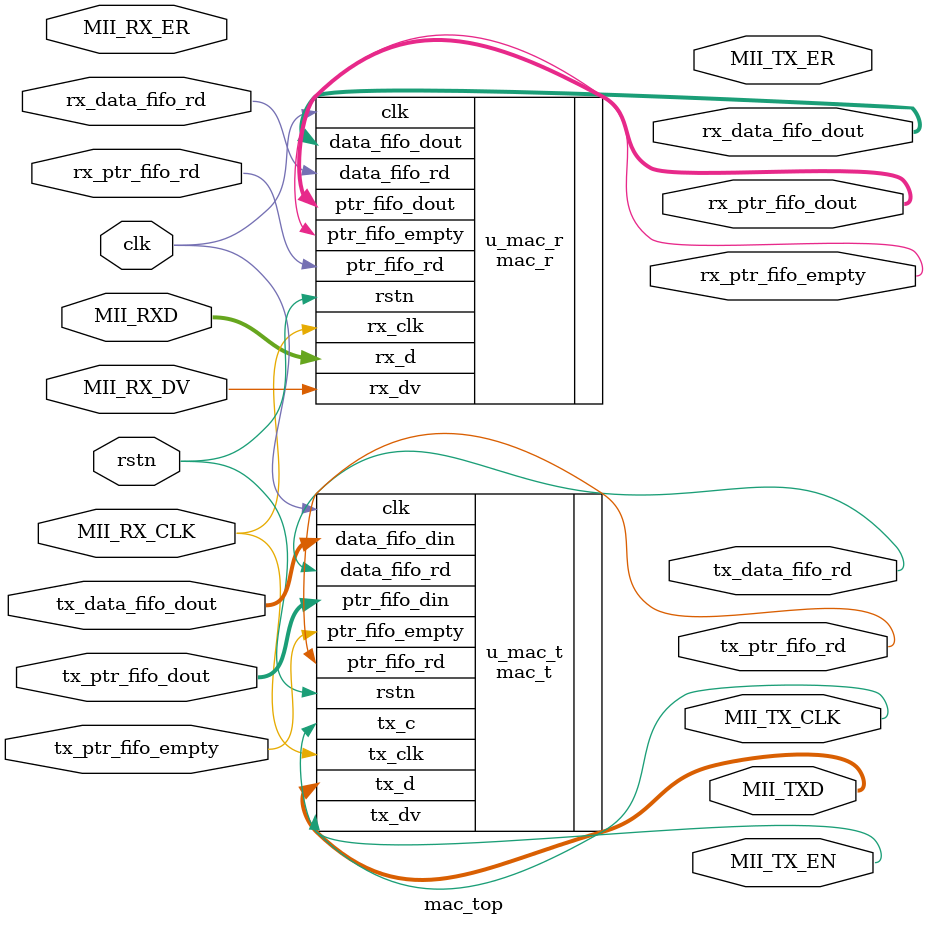
<source format=v>
`timescale 1ns / 1ps

module mac_top(
    input              clk,
	input              rstn,
    input     [3:0]    MII_RXD,
    input              MII_RX_DV,
    input              MII_RX_CLK,
    input              MII_RX_ER,
                  
    output    [3:0]    MII_TXD,
    output             MII_TX_EN,
    output              MII_TX_CLK,
    output             MII_TX_ER,
 
    /*output             e_reset,
    output             e_mdc,
    inout              e_mdio,*/
                  
    output             tx_data_fifo_rd,
    input     [7:0]    tx_data_fifo_dout,
    output             tx_ptr_fifo_rd,
    input     [15:0]   tx_ptr_fifo_dout,
    input              tx_ptr_fifo_empty,
                  
    input             rx_data_fifo_rd,
    output    [7:0]   rx_data_fifo_dout,
    input             rx_ptr_fifo_rd,
	output    [15:0]  rx_ptr_fifo_dout,
    output            rx_ptr_fifo_empty
    );
/*assign e_reset = 1'b1;
miim_top miim_top_m0(
    .reset_i            (1'b0),
    .miim_clock_i       (MII_RX_CLK),
    .mdc_o              (e_mdc),
    .mdio_io            (e_mdio),
    .link_up_o          (),                  //link status
    .speed_o            (),                  //link speed
    .speed_override_i   (2'b11)              //11: autonegoation
    );              */ 
 
mac_r u_mac_r(
    .clk(clk),
    .rstn(rstn),
    .rx_clk(MII_RX_CLK),
    .rx_d(MII_RXD),
    .rx_dv(MII_RX_DV),
    .data_fifo_rd(rx_data_fifo_rd),
    .data_fifo_dout(rx_data_fifo_dout),
    .ptr_fifo_rd(rx_ptr_fifo_rd),
    .ptr_fifo_dout(rx_ptr_fifo_dout),
    .ptr_fifo_empty(rx_ptr_fifo_empty)
    );
mac_t u_mac_t(
    .clk(clk),
    .rstn(rstn),
    .tx_clk(MII_RX_CLK),
    .tx_d(MII_TXD),
    .tx_dv(MII_TX_EN),
    .data_fifo_rd(tx_data_fifo_rd),
    .data_fifo_din(tx_data_fifo_dout),
    .ptr_fifo_rd(tx_ptr_fifo_rd),
    .ptr_fifo_din(tx_ptr_fifo_dout),
    .ptr_fifo_empty(tx_ptr_fifo_empty)  ,
    .tx_c(MII_TX_CLK)        
    );
    
    
endmodule

</source>
